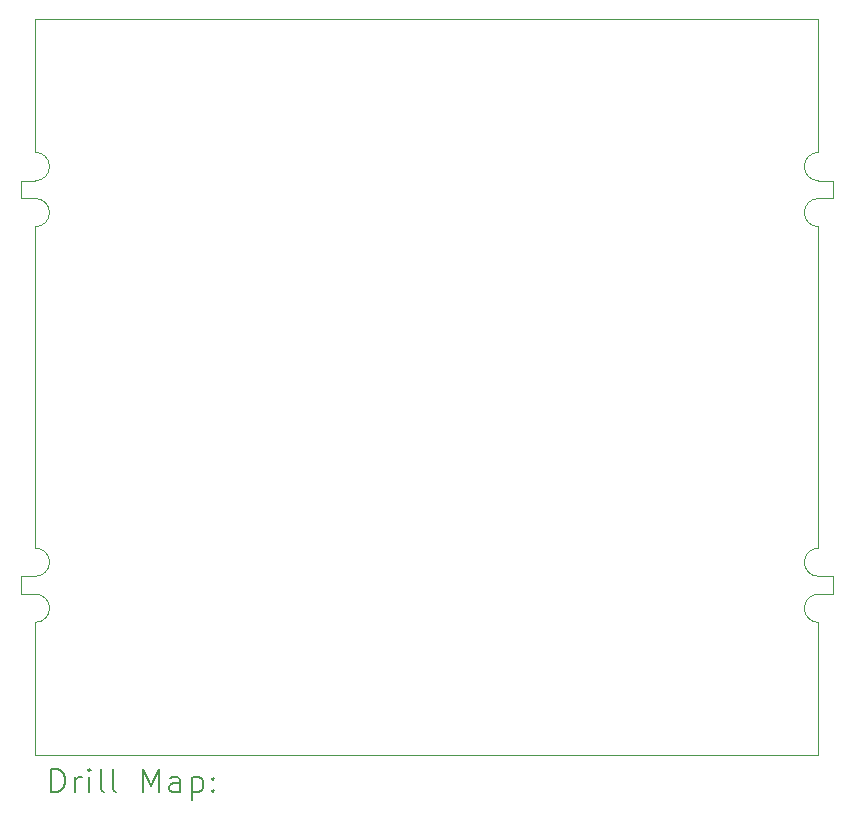
<source format=gbr>
%TF.GenerationSoftware,KiCad,Pcbnew,8.0.8*%
%TF.CreationDate,2025-02-19T14:03:17-05:00*%
%TF.ProjectId,plot_gerbers,706c6f74-5f67-4657-9262-6572732e6b69,rev?*%
%TF.SameCoordinates,Original*%
%TF.FileFunction,Drillmap*%
%TF.FilePolarity,Positive*%
%FSLAX45Y45*%
G04 Gerber Fmt 4.5, Leading zero omitted, Abs format (unit mm)*
G04 Created by KiCad (PCBNEW 8.0.8) date 2025-02-19 14:03:17*
%MOMM*%
%LPD*%
G01*
G04 APERTURE LIST*
%ADD10C,0.050000*%
%ADD11C,0.200000*%
G04 APERTURE END LIST*
D10*
X18074000Y-8653000D02*
G75*
G02*
X17954000Y-8533000I0J120000D01*
G01*
X11444000Y-12003000D02*
X11319000Y-12003000D01*
X11564000Y-8533000D02*
G75*
G02*
X11444000Y-8653000I-120010J10D01*
G01*
X17954000Y-11883000D02*
G75*
G02*
X18074000Y-11763000I120010J-10D01*
G01*
X11444000Y-8413000D02*
G75*
G02*
X11564000Y-8533000I0J-120000D01*
G01*
X17954000Y-12273000D02*
G75*
G02*
X18074000Y-12153000I120010J-10D01*
G01*
X18074000Y-12153000D02*
X18199000Y-12153000D01*
X18074000Y-13518000D02*
X18074000Y-12393000D01*
X11444000Y-12153000D02*
G75*
G02*
X11564000Y-12273000I0J-120000D01*
G01*
X18074000Y-8803000D02*
X18199000Y-8803000D01*
X18199000Y-8653000D02*
X18199000Y-8803000D01*
X11444000Y-8803000D02*
X11319000Y-8803000D01*
X11564000Y-11883000D02*
G75*
G02*
X11444000Y-12003000I-120010J10D01*
G01*
X18074000Y-12003000D02*
G75*
G02*
X17954000Y-11883000I0J120000D01*
G01*
X17954000Y-8533000D02*
G75*
G02*
X18074000Y-8413000I120010J-10D01*
G01*
X18074000Y-8413000D02*
X18074000Y-7288000D01*
X11444000Y-8653000D02*
X11319000Y-8653000D01*
X11444000Y-11763000D02*
G75*
G02*
X11564000Y-11883000I0J-120000D01*
G01*
X11444000Y-7288000D02*
X11444000Y-8413000D01*
X11444000Y-13518000D02*
X18074000Y-13518000D01*
X11444000Y-12393000D02*
X11444000Y-13518000D01*
X18074000Y-12393000D02*
G75*
G02*
X17954000Y-12273000I0J120000D01*
G01*
X17954000Y-8923000D02*
G75*
G02*
X18074000Y-8803000I120010J-10D01*
G01*
X11564000Y-12273000D02*
G75*
G02*
X11444000Y-12393000I-120010J10D01*
G01*
X18074000Y-8653000D02*
X18199000Y-8653000D01*
X11319000Y-8803000D02*
X11319000Y-8653000D01*
X11444000Y-12153000D02*
X11319000Y-12153000D01*
X18199000Y-12003000D02*
X18199000Y-12153000D01*
X18074000Y-11763000D02*
X18074000Y-9043000D01*
X11444000Y-7288000D02*
X18074000Y-7288000D01*
X18074000Y-12003000D02*
X18199000Y-12003000D01*
X11444000Y-8803000D02*
G75*
G02*
X11564000Y-8923000I0J-120000D01*
G01*
X11564000Y-8923000D02*
G75*
G02*
X11444000Y-9043000I-120010J10D01*
G01*
X11444000Y-9043000D02*
X11444000Y-11763000D01*
X18074000Y-9043000D02*
G75*
G02*
X17954000Y-8923000I0J120000D01*
G01*
X11319000Y-12153000D02*
X11319000Y-12003000D01*
D11*
X11577277Y-13831984D02*
X11577277Y-13631984D01*
X11577277Y-13631984D02*
X11624896Y-13631984D01*
X11624896Y-13631984D02*
X11653467Y-13641508D01*
X11653467Y-13641508D02*
X11672515Y-13660555D01*
X11672515Y-13660555D02*
X11682039Y-13679603D01*
X11682039Y-13679603D02*
X11691562Y-13717698D01*
X11691562Y-13717698D02*
X11691562Y-13746269D01*
X11691562Y-13746269D02*
X11682039Y-13784365D01*
X11682039Y-13784365D02*
X11672515Y-13803412D01*
X11672515Y-13803412D02*
X11653467Y-13822460D01*
X11653467Y-13822460D02*
X11624896Y-13831984D01*
X11624896Y-13831984D02*
X11577277Y-13831984D01*
X11777277Y-13831984D02*
X11777277Y-13698650D01*
X11777277Y-13736746D02*
X11786801Y-13717698D01*
X11786801Y-13717698D02*
X11796324Y-13708174D01*
X11796324Y-13708174D02*
X11815372Y-13698650D01*
X11815372Y-13698650D02*
X11834420Y-13698650D01*
X11901086Y-13831984D02*
X11901086Y-13698650D01*
X11901086Y-13631984D02*
X11891562Y-13641508D01*
X11891562Y-13641508D02*
X11901086Y-13651031D01*
X11901086Y-13651031D02*
X11910610Y-13641508D01*
X11910610Y-13641508D02*
X11901086Y-13631984D01*
X11901086Y-13631984D02*
X11901086Y-13651031D01*
X12024896Y-13831984D02*
X12005848Y-13822460D01*
X12005848Y-13822460D02*
X11996324Y-13803412D01*
X11996324Y-13803412D02*
X11996324Y-13631984D01*
X12129658Y-13831984D02*
X12110610Y-13822460D01*
X12110610Y-13822460D02*
X12101086Y-13803412D01*
X12101086Y-13803412D02*
X12101086Y-13631984D01*
X12358229Y-13831984D02*
X12358229Y-13631984D01*
X12358229Y-13631984D02*
X12424896Y-13774841D01*
X12424896Y-13774841D02*
X12491562Y-13631984D01*
X12491562Y-13631984D02*
X12491562Y-13831984D01*
X12672515Y-13831984D02*
X12672515Y-13727222D01*
X12672515Y-13727222D02*
X12662991Y-13708174D01*
X12662991Y-13708174D02*
X12643943Y-13698650D01*
X12643943Y-13698650D02*
X12605848Y-13698650D01*
X12605848Y-13698650D02*
X12586801Y-13708174D01*
X12672515Y-13822460D02*
X12653467Y-13831984D01*
X12653467Y-13831984D02*
X12605848Y-13831984D01*
X12605848Y-13831984D02*
X12586801Y-13822460D01*
X12586801Y-13822460D02*
X12577277Y-13803412D01*
X12577277Y-13803412D02*
X12577277Y-13784365D01*
X12577277Y-13784365D02*
X12586801Y-13765317D01*
X12586801Y-13765317D02*
X12605848Y-13755793D01*
X12605848Y-13755793D02*
X12653467Y-13755793D01*
X12653467Y-13755793D02*
X12672515Y-13746269D01*
X12767753Y-13698650D02*
X12767753Y-13898650D01*
X12767753Y-13708174D02*
X12786801Y-13698650D01*
X12786801Y-13698650D02*
X12824896Y-13698650D01*
X12824896Y-13698650D02*
X12843943Y-13708174D01*
X12843943Y-13708174D02*
X12853467Y-13717698D01*
X12853467Y-13717698D02*
X12862991Y-13736746D01*
X12862991Y-13736746D02*
X12862991Y-13793888D01*
X12862991Y-13793888D02*
X12853467Y-13812936D01*
X12853467Y-13812936D02*
X12843943Y-13822460D01*
X12843943Y-13822460D02*
X12824896Y-13831984D01*
X12824896Y-13831984D02*
X12786801Y-13831984D01*
X12786801Y-13831984D02*
X12767753Y-13822460D01*
X12948705Y-13812936D02*
X12958229Y-13822460D01*
X12958229Y-13822460D02*
X12948705Y-13831984D01*
X12948705Y-13831984D02*
X12939182Y-13822460D01*
X12939182Y-13822460D02*
X12948705Y-13812936D01*
X12948705Y-13812936D02*
X12948705Y-13831984D01*
X12948705Y-13708174D02*
X12958229Y-13717698D01*
X12958229Y-13717698D02*
X12948705Y-13727222D01*
X12948705Y-13727222D02*
X12939182Y-13717698D01*
X12939182Y-13717698D02*
X12948705Y-13708174D01*
X12948705Y-13708174D02*
X12948705Y-13727222D01*
M02*

</source>
